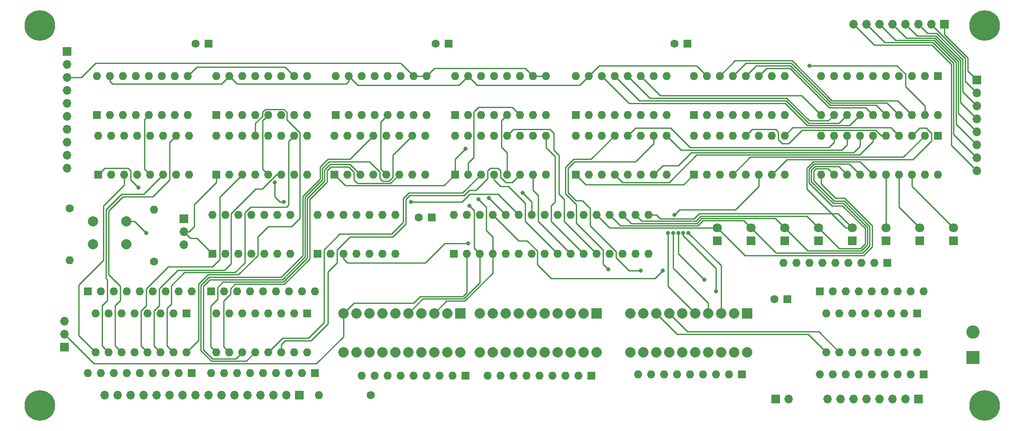
<source format=gbr>
%TF.GenerationSoftware,KiCad,Pcbnew,(5.1.9-0-10_14)*%
%TF.CreationDate,2021-06-17T15:33:31-04:00*%
%TF.ProjectId,ram-combined,72616d2d-636f-46d6-9269-6e65642e6b69,rev?*%
%TF.SameCoordinates,Original*%
%TF.FileFunction,Copper,L2,Inr*%
%TF.FilePolarity,Positive*%
%FSLAX46Y46*%
G04 Gerber Fmt 4.6, Leading zero omitted, Abs format (unit mm)*
G04 Created by KiCad (PCBNEW (5.1.9-0-10_14)) date 2021-06-17 15:33:31*
%MOMM*%
%LPD*%
G01*
G04 APERTURE LIST*
%TA.AperFunction,ComponentPad*%
%ADD10O,1.700000X1.700000*%
%TD*%
%TA.AperFunction,ComponentPad*%
%ADD11R,1.700000X1.700000*%
%TD*%
%TA.AperFunction,ComponentPad*%
%ADD12C,6.000000*%
%TD*%
%TA.AperFunction,ComponentPad*%
%ADD13C,0.800000*%
%TD*%
%TA.AperFunction,ComponentPad*%
%ADD14C,1.800000*%
%TD*%
%TA.AperFunction,ComponentPad*%
%ADD15R,1.800000X1.800000*%
%TD*%
%TA.AperFunction,ComponentPad*%
%ADD16O,1.600000X1.600000*%
%TD*%
%TA.AperFunction,ComponentPad*%
%ADD17R,1.600000X1.600000*%
%TD*%
%TA.AperFunction,ComponentPad*%
%ADD18C,2.032000*%
%TD*%
%TA.AperFunction,ComponentPad*%
%ADD19R,2.032000X2.032000*%
%TD*%
%TA.AperFunction,ComponentPad*%
%ADD20C,2.000000*%
%TD*%
%TA.AperFunction,ComponentPad*%
%ADD21C,1.600000*%
%TD*%
%TA.AperFunction,ComponentPad*%
%ADD22C,2.600000*%
%TD*%
%TA.AperFunction,ComponentPad*%
%ADD23R,2.600000X2.600000*%
%TD*%
%TA.AperFunction,ViaPad*%
%ADD24C,0.800000*%
%TD*%
%TA.AperFunction,Conductor*%
%ADD25C,0.250000*%
%TD*%
G04 APERTURE END LIST*
D10*
%TO.N,BUS_00*%
%TO.C,J8*%
X227330000Y-34290000D03*
%TO.N,BUS_01*%
X229870000Y-34290000D03*
%TO.N,BUS_02*%
X232410000Y-34290000D03*
%TO.N,BUS_03*%
X234950000Y-34290000D03*
%TO.N,BUS_04*%
X237490000Y-34290000D03*
%TO.N,BUS_05*%
X240030000Y-34290000D03*
%TO.N,BUS_06*%
X242570000Y-34290000D03*
D11*
%TO.N,BUS_07*%
X245110000Y-34290000D03*
%TD*%
D12*
%TO.N,N/C*%
%TO.C,REF\u002A\u002A*%
X68072000Y-108966000D03*
D13*
X70322000Y-108966000D03*
X69662990Y-110556990D03*
X68072000Y-111216000D03*
X66481010Y-110556990D03*
X65822000Y-108966000D03*
X66481010Y-107375010D03*
X68072000Y-106716000D03*
X69662990Y-107375010D03*
%TD*%
%TO.N,N/C*%
%TO.C,REF\u002A\u002A*%
X254574990Y-107375010D03*
X252984000Y-106716000D03*
X251393010Y-107375010D03*
X250734000Y-108966000D03*
X251393010Y-110556990D03*
X252984000Y-111216000D03*
X254574990Y-110556990D03*
X255234000Y-108966000D03*
D12*
X252984000Y-108966000D03*
%TD*%
%TO.N,N/C*%
%TO.C,REF\u002A\u002A*%
X252984000Y-34544000D03*
D13*
X255234000Y-34544000D03*
X254574990Y-36134990D03*
X252984000Y-36794000D03*
X251393010Y-36134990D03*
X250734000Y-34544000D03*
X251393010Y-32953010D03*
X252984000Y-32294000D03*
X254574990Y-32953010D03*
%TD*%
%TO.N,N/C*%
%TO.C,REF\u002A\u002A*%
X69662990Y-32953010D03*
X68072000Y-32294000D03*
X66481010Y-32953010D03*
X65822000Y-34544000D03*
X66481010Y-36134990D03*
X68072000Y-36794000D03*
X69662990Y-36134990D03*
X70322000Y-34544000D03*
D12*
X68072000Y-34544000D03*
%TD*%
D10*
%TO.N,WRITE_ENABLE*%
%TO.C,J3*%
X73406000Y-62484000D03*
X73406000Y-59944000D03*
%TO.N,PROGRAM_MODE*%
X73406000Y-57404000D03*
X73406000Y-54864000D03*
%TO.N,OUTPUT_ENABLE*%
X73406000Y-52324000D03*
%TO.N,RESET*%
X73406000Y-49784000D03*
%TO.N,MDR_IN*%
X73406000Y-47244000D03*
%TO.N,MAR1_IN*%
X73406000Y-44704000D03*
%TO.N,MAR2_IN*%
X73406000Y-42164000D03*
D11*
%TO.N,CLOCK*%
X73406000Y-39624000D03*
%TD*%
D10*
%TO.N,VCC*%
%TO.C,J7*%
X72898000Y-92456000D03*
%TO.N,A16*%
X72898000Y-94996000D03*
D11*
%TO.N,GND*%
X72898000Y-97536000D03*
%TD*%
D10*
%TO.N,Net-(R3-Pad2)*%
%TO.C,SW1*%
X96266000Y-77470000D03*
%TO.N,PROGRAM_MODE*%
X96266000Y-74930000D03*
D11*
%TO.N,VCC*%
X96266000Y-72390000D03*
%TD*%
D14*
%TO.N,/IO7*%
%TO.C,D1*%
X200660000Y-74168000D03*
D15*
%TO.N,Net-(D1-Pad1)*%
X200660000Y-76708000D03*
%TD*%
D16*
%TO.N,Net-(BAR3-Pad13)*%
%TO.C,RN10*%
X185166000Y-102870000D03*
%TO.N,Net-(BAR3-Pad14)*%
X187706000Y-102870000D03*
%TO.N,Net-(BAR3-Pad15)*%
X190246000Y-102870000D03*
%TO.N,Net-(BAR3-Pad16)*%
X192786000Y-102870000D03*
%TO.N,Net-(BAR3-Pad17)*%
X195326000Y-102870000D03*
%TO.N,Net-(BAR3-Pad18)*%
X197866000Y-102870000D03*
%TO.N,Net-(BAR3-Pad19)*%
X200406000Y-102870000D03*
%TO.N,Net-(BAR3-Pad20)*%
X202946000Y-102870000D03*
D17*
%TO.N,Net-(RN10-Pad1)*%
X205486000Y-102870000D03*
%TD*%
D18*
%TO.N,Net-(BAR3-Pad20)*%
%TO.C,BAR3*%
X206502000Y-98552000D03*
%TO.N,Net-(BAR3-Pad19)*%
X203962000Y-98552000D03*
%TO.N,Net-(BAR3-Pad18)*%
X201422000Y-98552000D03*
%TO.N,Net-(BAR3-Pad17)*%
X198882000Y-98552000D03*
%TO.N,Net-(BAR3-Pad9)*%
X186182000Y-90932000D03*
%TO.N,Net-(BAR3-Pad10)*%
X183642000Y-90932000D03*
%TO.N,Net-(BAR3-Pad11)*%
X183642000Y-98552000D03*
%TO.N,Net-(BAR3-Pad12)*%
X186182000Y-98552000D03*
%TO.N,/MANUAL_DATA_07*%
X188722000Y-90932000D03*
%TO.N,/MANUAL_DATA_06*%
X191262000Y-90932000D03*
%TO.N,/MANUAL_DATA_05*%
X193802000Y-90932000D03*
%TO.N,/MANUAL_DATA_04*%
X196342000Y-90932000D03*
%TO.N,Net-(BAR3-Pad16)*%
X196342000Y-98552000D03*
%TO.N,Net-(BAR3-Pad15)*%
X193802000Y-98552000D03*
%TO.N,Net-(BAR3-Pad14)*%
X191262000Y-98552000D03*
%TO.N,Net-(BAR3-Pad13)*%
X188722000Y-98552000D03*
%TO.N,/MANUAL_DATA_03*%
X198882000Y-90932000D03*
%TO.N,/MANUAL_DATA_02*%
X201422000Y-90932000D03*
%TO.N,/MANUAL_DATA_01*%
X203962000Y-90932000D03*
D19*
%TO.N,/MANUAL_DATA_00*%
X206502000Y-90932000D03*
%TD*%
D16*
%TO.N,VCC*%
%TO.C,U13*%
X243840000Y-52070000D03*
%TO.N,GND*%
X220980000Y-44450000D03*
%TO.N,OUTPUT_ENABLE*%
X241300000Y-52070000D03*
%TO.N,/IO7*%
X223520000Y-44450000D03*
%TO.N,BUS_00*%
X238760000Y-52070000D03*
%TO.N,/IO6*%
X226060000Y-44450000D03*
%TO.N,BUS_01*%
X236220000Y-52070000D03*
%TO.N,/IO5*%
X228600000Y-44450000D03*
%TO.N,BUS_02*%
X233680000Y-52070000D03*
%TO.N,/IO4*%
X231140000Y-44450000D03*
%TO.N,BUS_03*%
X231140000Y-52070000D03*
%TO.N,/IO3*%
X233680000Y-44450000D03*
%TO.N,BUS_04*%
X228600000Y-52070000D03*
%TO.N,/IO2*%
X236220000Y-44450000D03*
%TO.N,BUS_05*%
X226060000Y-52070000D03*
%TO.N,/IO1*%
X238760000Y-44450000D03*
%TO.N,BUS_06*%
X223520000Y-52070000D03*
%TO.N,/IO0*%
X241300000Y-44450000D03*
%TO.N,BUS_07*%
X220980000Y-52070000D03*
D17*
%TO.N,VCC*%
X243840000Y-44450000D03*
%TD*%
D16*
%TO.N,VCC*%
%TO.C,U11*%
X243840000Y-63754000D03*
%TO.N,GND*%
X220980000Y-56134000D03*
%TO.N,Net-(U1-Pad3)*%
X241300000Y-63754000D03*
%TO.N,D7*%
X223520000Y-56134000D03*
%TO.N,/IO0*%
X238760000Y-63754000D03*
%TO.N,D6*%
X226060000Y-56134000D03*
%TO.N,/IO1*%
X236220000Y-63754000D03*
%TO.N,D5*%
X228600000Y-56134000D03*
%TO.N,/IO2*%
X233680000Y-63754000D03*
%TO.N,D4*%
X231140000Y-56134000D03*
%TO.N,/IO3*%
X231140000Y-63754000D03*
%TO.N,D3*%
X233680000Y-56134000D03*
%TO.N,/IO4*%
X228600000Y-63754000D03*
%TO.N,D2*%
X236220000Y-56134000D03*
%TO.N,/IO5*%
X226060000Y-63754000D03*
%TO.N,D1*%
X238760000Y-56134000D03*
%TO.N,/IO6*%
X223520000Y-63754000D03*
%TO.N,D0*%
X241300000Y-56134000D03*
%TO.N,/IO7*%
X220980000Y-63754000D03*
D17*
%TO.N,VCC*%
X243840000Y-56134000D03*
%TD*%
%TO.N,PROGRAM_MODE*%
%TO.C,U2*%
X101854000Y-79248000D03*
D16*
%TO.N,N/C*%
X117094000Y-71628000D03*
%TO.N,CLOCK*%
X104394000Y-79248000D03*
%TO.N,N/C*%
X114554000Y-71628000D03*
%TO.N,Net-(U1-Pad1)*%
X106934000Y-79248000D03*
%TO.N,N/C*%
X112014000Y-71628000D03*
X109474000Y-79248000D03*
X109474000Y-71628000D03*
X112014000Y-79248000D03*
X106934000Y-71628000D03*
X114554000Y-79248000D03*
X104394000Y-71628000D03*
%TO.N,GND*%
X117094000Y-79248000D03*
%TO.N,VCC*%
X101854000Y-71628000D03*
%TD*%
D17*
%TO.N,Net-(U1-Pad1)*%
%TO.C,U1*%
X122428000Y-79248000D03*
D16*
%TO.N,N/C*%
X137668000Y-71628000D03*
%TO.N,WRITE_ENABLE*%
X124968000Y-79248000D03*
%TO.N,N/C*%
X135128000Y-71628000D03*
%TO.N,Net-(U1-Pad3)*%
X127508000Y-79248000D03*
%TO.N,N/C*%
X132588000Y-71628000D03*
X130048000Y-79248000D03*
X130048000Y-71628000D03*
X132588000Y-79248000D03*
X127508000Y-71628000D03*
X135128000Y-79248000D03*
X124968000Y-71628000D03*
%TO.N,GND*%
X137668000Y-79248000D03*
%TO.N,VCC*%
X122428000Y-71628000D03*
%TD*%
%TO.N,VCC*%
%TO.C,U17*%
X196088000Y-56134000D03*
%TO.N,GND*%
X213868000Y-63754000D03*
X198628000Y-56134000D03*
%TO.N,D1*%
X211328000Y-63754000D03*
%TO.N,Net-(U16-Pad6)*%
X201168000Y-56134000D03*
%TO.N,/MANUAL_DATA_03*%
X208788000Y-63754000D03*
%TO.N,/MANUAL_DATA_01*%
X203708000Y-56134000D03*
%TO.N,Net-(U16-Pad4)*%
X206248000Y-63754000D03*
%TO.N,D3*%
X206248000Y-56134000D03*
%TO.N,D0*%
X203708000Y-63754000D03*
%TO.N,Net-(U16-Pad5)*%
X208788000Y-56134000D03*
%TO.N,/MANUAL_DATA_00*%
X201168000Y-63754000D03*
%TO.N,/MANUAL_DATA_02*%
X211328000Y-56134000D03*
%TO.N,Net-(U16-Pad3)*%
X198628000Y-63754000D03*
%TO.N,D2*%
X213868000Y-56134000D03*
D17*
%TO.N,PROGRAM_MODE*%
X196088000Y-63754000D03*
%TD*%
D16*
%TO.N,VCC*%
%TO.C,U16*%
X196088000Y-44450000D03*
%TO.N,GND*%
X213868000Y-52070000D03*
%TO.N,RESET*%
X198628000Y-44450000D03*
%TO.N,CLOCK*%
X211328000Y-52070000D03*
%TO.N,BUS_00*%
X201168000Y-44450000D03*
%TO.N,Net-(U16-Pad6)*%
X208788000Y-52070000D03*
%TO.N,BUS_01*%
X203708000Y-44450000D03*
%TO.N,Net-(U16-Pad5)*%
X206248000Y-52070000D03*
%TO.N,BUS_02*%
X206248000Y-44450000D03*
%TO.N,Net-(U16-Pad4)*%
X203708000Y-52070000D03*
%TO.N,BUS_03*%
X208788000Y-44450000D03*
%TO.N,Net-(U16-Pad3)*%
X201168000Y-52070000D03*
%TO.N,MDR_IN*%
X211328000Y-44450000D03*
%TO.N,GND*%
X198628000Y-52070000D03*
%TO.N,MDR_IN*%
X213868000Y-44450000D03*
D17*
%TO.N,GND*%
X196088000Y-52070000D03*
%TD*%
D16*
%TO.N,VCC*%
%TO.C,U15*%
X172974000Y-56134000D03*
%TO.N,GND*%
X190754000Y-63754000D03*
X175514000Y-56134000D03*
%TO.N,D5*%
X188214000Y-63754000D03*
%TO.N,Net-(U14-Pad6)*%
X178054000Y-56134000D03*
%TO.N,/MANUAL_DATA_05*%
X185674000Y-63754000D03*
%TO.N,/MANUAL_DATA_07*%
X180594000Y-56134000D03*
%TO.N,Net-(U14-Pad4)*%
X183134000Y-63754000D03*
%TO.N,D7*%
X183134000Y-56134000D03*
%TO.N,D4*%
X180594000Y-63754000D03*
%TO.N,Net-(U14-Pad5)*%
X185674000Y-56134000D03*
%TO.N,/MANUAL_DATA_04*%
X178054000Y-63754000D03*
%TO.N,/MANUAL_DATA_06*%
X188214000Y-56134000D03*
%TO.N,Net-(U14-Pad3)*%
X175514000Y-63754000D03*
%TO.N,D6*%
X190754000Y-56134000D03*
D17*
%TO.N,PROGRAM_MODE*%
X172974000Y-63754000D03*
%TD*%
D16*
%TO.N,VCC*%
%TO.C,U14*%
X172974000Y-44450000D03*
%TO.N,GND*%
X190754000Y-52070000D03*
%TO.N,RESET*%
X175514000Y-44450000D03*
%TO.N,CLOCK*%
X188214000Y-52070000D03*
%TO.N,BUS_04*%
X178054000Y-44450000D03*
%TO.N,Net-(U14-Pad6)*%
X185674000Y-52070000D03*
%TO.N,BUS_05*%
X180594000Y-44450000D03*
%TO.N,Net-(U14-Pad5)*%
X183134000Y-52070000D03*
%TO.N,BUS_06*%
X183134000Y-44450000D03*
%TO.N,Net-(U14-Pad4)*%
X180594000Y-52070000D03*
%TO.N,BUS_07*%
X185674000Y-44450000D03*
%TO.N,Net-(U14-Pad3)*%
X178054000Y-52070000D03*
%TO.N,MDR_IN*%
X188214000Y-44450000D03*
%TO.N,GND*%
X175514000Y-52070000D03*
%TO.N,MDR_IN*%
X190754000Y-44450000D03*
D17*
%TO.N,GND*%
X172974000Y-52070000D03*
%TD*%
D16*
%TO.N,VCC*%
%TO.C,U12*%
X149352000Y-44450000D03*
%TO.N,GND*%
X167132000Y-52070000D03*
%TO.N,RESET*%
X151892000Y-44450000D03*
%TO.N,CLOCK*%
X164592000Y-52070000D03*
%TO.N,BUS_00*%
X154432000Y-44450000D03*
%TO.N,/MAR_03*%
X162052000Y-52070000D03*
%TO.N,BUS_01*%
X156972000Y-44450000D03*
%TO.N,/MAR_02*%
X159512000Y-52070000D03*
%TO.N,BUS_02*%
X159512000Y-44450000D03*
%TO.N,/MAR_01*%
X156972000Y-52070000D03*
%TO.N,BUS_03*%
X162052000Y-44450000D03*
%TO.N,/MAR_00*%
X154432000Y-52070000D03*
%TO.N,MAR1_IN*%
X164592000Y-44450000D03*
%TO.N,GND*%
X151892000Y-52070000D03*
%TO.N,MAR1_IN*%
X167132000Y-44450000D03*
D17*
%TO.N,GND*%
X149352000Y-52070000D03*
%TD*%
D16*
%TO.N,VCC*%
%TO.C,U10*%
X125984000Y-44450000D03*
%TO.N,GND*%
X143764000Y-52070000D03*
%TO.N,RESET*%
X128524000Y-44450000D03*
%TO.N,CLOCK*%
X141224000Y-52070000D03*
%TO.N,BUS_04*%
X131064000Y-44450000D03*
%TO.N,/MAR_07*%
X138684000Y-52070000D03*
%TO.N,BUS_05*%
X133604000Y-44450000D03*
%TO.N,/MAR_06*%
X136144000Y-52070000D03*
%TO.N,BUS_06*%
X136144000Y-44450000D03*
%TO.N,/MAR_05*%
X133604000Y-52070000D03*
%TO.N,BUS_07*%
X138684000Y-44450000D03*
%TO.N,/MAR_04*%
X131064000Y-52070000D03*
%TO.N,MAR1_IN*%
X141224000Y-44450000D03*
%TO.N,GND*%
X128524000Y-52070000D03*
%TO.N,MAR1_IN*%
X143764000Y-44450000D03*
D17*
%TO.N,GND*%
X125984000Y-52070000D03*
%TD*%
D16*
%TO.N,VCC*%
%TO.C,U9*%
X149098000Y-71628000D03*
%TO.N,GND*%
X187198000Y-79248000D03*
%TO.N,/A15*%
X151638000Y-71628000D03*
%TO.N,/IO2*%
X184658000Y-79248000D03*
%TO.N,VCC*%
X154178000Y-71628000D03*
%TO.N,/IO1*%
X182118000Y-79248000D03*
%TO.N,Net-(U1-Pad3)*%
X156718000Y-71628000D03*
%TO.N,/IO0*%
X179578000Y-79248000D03*
%TO.N,/A13*%
X159258000Y-71628000D03*
%TO.N,/A0*%
X177038000Y-79248000D03*
%TO.N,/A8*%
X161798000Y-71628000D03*
%TO.N,/A1*%
X174498000Y-79248000D03*
%TO.N,/A9*%
X164338000Y-71628000D03*
%TO.N,/A2*%
X171958000Y-79248000D03*
%TO.N,/A11*%
X166878000Y-71628000D03*
%TO.N,/A3*%
X169418000Y-79248000D03*
%TO.N,GND*%
X169418000Y-71628000D03*
%TO.N,/A4*%
X166878000Y-79248000D03*
%TO.N,/A10*%
X171958000Y-71628000D03*
%TO.N,/A5*%
X164338000Y-79248000D03*
%TO.N,GND*%
X174498000Y-71628000D03*
%TO.N,/A6*%
X161798000Y-79248000D03*
%TO.N,/IO7*%
X177038000Y-71628000D03*
%TO.N,/A7*%
X159258000Y-79248000D03*
%TO.N,/IO6*%
X179578000Y-71628000D03*
%TO.N,/A12*%
X156718000Y-79248000D03*
%TO.N,/IO5*%
X182118000Y-71628000D03*
%TO.N,/A14*%
X154178000Y-79248000D03*
%TO.N,/IO4*%
X184658000Y-71628000D03*
%TO.N,A16*%
X151638000Y-79248000D03*
%TO.N,/IO3*%
X187198000Y-71628000D03*
D17*
%TO.N,Net-(U9-Pad1)*%
X149098000Y-79248000D03*
%TD*%
D16*
%TO.N,VCC*%
%TO.C,U8*%
X102616000Y-44450000D03*
%TO.N,GND*%
X120396000Y-52070000D03*
%TO.N,RESET*%
X105156000Y-44450000D03*
%TO.N,CLOCK*%
X117856000Y-52070000D03*
%TO.N,BUS_00*%
X107696000Y-44450000D03*
%TO.N,/MAR_11*%
X115316000Y-52070000D03*
%TO.N,BUS_01*%
X110236000Y-44450000D03*
%TO.N,/MAR_10*%
X112776000Y-52070000D03*
%TO.N,BUS_02*%
X112776000Y-44450000D03*
%TO.N,/MAR_09*%
X110236000Y-52070000D03*
%TO.N,BUS_03*%
X115316000Y-44450000D03*
%TO.N,/MAR_08*%
X107696000Y-52070000D03*
%TO.N,MAR2_IN*%
X117856000Y-44450000D03*
%TO.N,GND*%
X105156000Y-52070000D03*
%TO.N,MAR2_IN*%
X120396000Y-44450000D03*
D17*
%TO.N,GND*%
X102616000Y-52070000D03*
%TD*%
D16*
%TO.N,VCC*%
%TO.C,U7*%
X125730000Y-56134000D03*
%TO.N,GND*%
X143510000Y-63754000D03*
X128270000Y-56134000D03*
%TO.N,/A6*%
X140970000Y-63754000D03*
%TO.N,/MAR_04*%
X130810000Y-56134000D03*
%TO.N,/MANUAL_MEM_ADR_06*%
X138430000Y-63754000D03*
%TO.N,/MANUAL_MEM_ADR_04*%
X133350000Y-56134000D03*
%TO.N,/MAR_06*%
X135890000Y-63754000D03*
%TO.N,/A4*%
X135890000Y-56134000D03*
%TO.N,/A7*%
X133350000Y-63754000D03*
%TO.N,/MAR_05*%
X138430000Y-56134000D03*
%TO.N,/MANUAL_MEM_ADR_07*%
X130810000Y-63754000D03*
%TO.N,/MANUAL_MEM_ADR_05*%
X140970000Y-56134000D03*
%TO.N,/MAR_07*%
X128270000Y-63754000D03*
%TO.N,/A5*%
X143510000Y-56134000D03*
D17*
%TO.N,PROGRAM_MODE*%
X125730000Y-63754000D03*
%TD*%
D16*
%TO.N,VCC*%
%TO.C,U6*%
X102616000Y-56134000D03*
%TO.N,GND*%
X120396000Y-63754000D03*
X105156000Y-56134000D03*
%TO.N,/A10*%
X117856000Y-63754000D03*
%TO.N,/MAR_08*%
X107696000Y-56134000D03*
%TO.N,/MANUAL_MEM_ADR_10*%
X115316000Y-63754000D03*
%TO.N,/MANUAL_MEM_ADR_08*%
X110236000Y-56134000D03*
%TO.N,/MAR_10*%
X112776000Y-63754000D03*
%TO.N,/A8*%
X112776000Y-56134000D03*
%TO.N,/A11*%
X110236000Y-63754000D03*
%TO.N,/MAR_09*%
X115316000Y-56134000D03*
%TO.N,/MANUAL_MEM_ADR_11*%
X107696000Y-63754000D03*
%TO.N,/MANUAL_MEM_ADR_09*%
X117856000Y-56134000D03*
%TO.N,/MAR_11*%
X105156000Y-63754000D03*
%TO.N,/A9*%
X120396000Y-56134000D03*
D17*
%TO.N,PROGRAM_MODE*%
X102616000Y-63754000D03*
%TD*%
D16*
%TO.N,VCC*%
%TO.C,U5*%
X79248000Y-44450000D03*
%TO.N,GND*%
X97028000Y-52070000D03*
%TO.N,RESET*%
X81788000Y-44450000D03*
%TO.N,CLOCK*%
X94488000Y-52070000D03*
%TO.N,BUS_04*%
X84328000Y-44450000D03*
%TO.N,/MAR_15*%
X91948000Y-52070000D03*
%TO.N,BUS_05*%
X86868000Y-44450000D03*
%TO.N,/MAR_14*%
X89408000Y-52070000D03*
%TO.N,BUS_06*%
X89408000Y-44450000D03*
%TO.N,/MAR_13*%
X86868000Y-52070000D03*
%TO.N,BUS_07*%
X91948000Y-44450000D03*
%TO.N,/MAR_12*%
X84328000Y-52070000D03*
%TO.N,MAR2_IN*%
X94488000Y-44450000D03*
%TO.N,GND*%
X81788000Y-52070000D03*
%TO.N,MAR2_IN*%
X97028000Y-44450000D03*
D17*
%TO.N,GND*%
X79248000Y-52070000D03*
%TD*%
D16*
%TO.N,VCC*%
%TO.C,U4*%
X149352000Y-56134000D03*
%TO.N,GND*%
X167132000Y-63754000D03*
X151892000Y-56134000D03*
%TO.N,/A2*%
X164592000Y-63754000D03*
%TO.N,/MAR_00*%
X154432000Y-56134000D03*
%TO.N,/MANUAL_MEM_ADR_02*%
X162052000Y-63754000D03*
%TO.N,/MANUAL_MEM_ADR_00*%
X156972000Y-56134000D03*
%TO.N,/MAR_02*%
X159512000Y-63754000D03*
%TO.N,/A0*%
X159512000Y-56134000D03*
%TO.N,/A3*%
X156972000Y-63754000D03*
%TO.N,/MAR_01*%
X162052000Y-56134000D03*
%TO.N,/MANUAL_MEM_ADR_03*%
X154432000Y-63754000D03*
%TO.N,/MANUAL_MEM_ADR_01*%
X164592000Y-56134000D03*
%TO.N,/MAR_03*%
X151892000Y-63754000D03*
%TO.N,/A1*%
X167132000Y-56134000D03*
D17*
%TO.N,PROGRAM_MODE*%
X149352000Y-63754000D03*
%TD*%
D16*
%TO.N,VCC*%
%TO.C,U3*%
X79502000Y-56134000D03*
%TO.N,GND*%
X97282000Y-63754000D03*
X82042000Y-56134000D03*
%TO.N,/A14*%
X94742000Y-63754000D03*
%TO.N,/MAR_12*%
X84582000Y-56134000D03*
%TO.N,/MANUAL_MEM_ADR_14*%
X92202000Y-63754000D03*
%TO.N,/MANUAL_MEM_ADR_12*%
X87122000Y-56134000D03*
%TO.N,/MAR_14*%
X89662000Y-63754000D03*
%TO.N,/A12*%
X89662000Y-56134000D03*
%TO.N,/A15*%
X87122000Y-63754000D03*
%TO.N,/MAR_13*%
X92202000Y-56134000D03*
%TO.N,/MANUAL_MEM_ADR_15*%
X84582000Y-63754000D03*
%TO.N,/MANUAL_MEM_ADR_13*%
X94742000Y-56134000D03*
%TO.N,/MAR_15*%
X82042000Y-63754000D03*
%TO.N,/A13*%
X97282000Y-56134000D03*
D17*
%TO.N,PROGRAM_MODE*%
X79502000Y-63754000D03*
%TD*%
D16*
%TO.N,/MANUAL_DATA_00*%
%TO.C,SW5*%
X239810000Y-98580000D03*
%TO.N,Net-(RN9-Pad2)*%
X222030000Y-90960000D03*
%TO.N,/MANUAL_DATA_01*%
X237270000Y-98580000D03*
%TO.N,Net-(RN9-Pad3)*%
X224570000Y-90960000D03*
%TO.N,/MANUAL_DATA_02*%
X234730000Y-98580000D03*
%TO.N,Net-(RN9-Pad4)*%
X227110000Y-90960000D03*
%TO.N,/MANUAL_DATA_03*%
X232190000Y-98580000D03*
%TO.N,Net-(RN9-Pad5)*%
X229650000Y-90960000D03*
%TO.N,/MANUAL_DATA_04*%
X229650000Y-98580000D03*
%TO.N,Net-(RN9-Pad6)*%
X232190000Y-90960000D03*
%TO.N,/MANUAL_DATA_05*%
X227110000Y-98580000D03*
%TO.N,Net-(RN9-Pad7)*%
X234730000Y-90960000D03*
%TO.N,/MANUAL_DATA_06*%
X224570000Y-98580000D03*
%TO.N,Net-(RN9-Pad8)*%
X237270000Y-90960000D03*
%TO.N,/MANUAL_DATA_07*%
X222030000Y-98580000D03*
D17*
%TO.N,Net-(RN9-Pad9)*%
X239810000Y-90960000D03*
%TD*%
D16*
%TO.N,/MANUAL_MEM_ADR_00*%
%TO.C,SW4*%
X120396000Y-98552000D03*
%TO.N,Net-(RN7-Pad2)*%
X102616000Y-90932000D03*
%TO.N,/MANUAL_MEM_ADR_01*%
X117856000Y-98552000D03*
%TO.N,Net-(RN7-Pad3)*%
X105156000Y-90932000D03*
%TO.N,/MANUAL_MEM_ADR_02*%
X115316000Y-98552000D03*
%TO.N,Net-(RN7-Pad4)*%
X107696000Y-90932000D03*
%TO.N,/MANUAL_MEM_ADR_03*%
X112776000Y-98552000D03*
%TO.N,Net-(RN7-Pad5)*%
X110236000Y-90932000D03*
%TO.N,/MANUAL_MEM_ADR_04*%
X110236000Y-98552000D03*
%TO.N,Net-(RN7-Pad6)*%
X112776000Y-90932000D03*
%TO.N,/MANUAL_MEM_ADR_05*%
X107696000Y-98552000D03*
%TO.N,Net-(RN7-Pad7)*%
X115316000Y-90932000D03*
%TO.N,/MANUAL_MEM_ADR_06*%
X105156000Y-98552000D03*
%TO.N,Net-(RN7-Pad8)*%
X117856000Y-90932000D03*
%TO.N,/MANUAL_MEM_ADR_07*%
X102616000Y-98552000D03*
D17*
%TO.N,Net-(RN7-Pad9)*%
X120396000Y-90932000D03*
%TD*%
D16*
%TO.N,/MANUAL_MEM_ADR_08*%
%TO.C,SW3*%
X96774000Y-98590000D03*
%TO.N,Net-(RN5-Pad2)*%
X78994000Y-90970000D03*
%TO.N,/MANUAL_MEM_ADR_09*%
X94234000Y-98590000D03*
%TO.N,Net-(RN5-Pad3)*%
X81534000Y-90970000D03*
%TO.N,/MANUAL_MEM_ADR_10*%
X91694000Y-98590000D03*
%TO.N,Net-(RN5-Pad4)*%
X84074000Y-90970000D03*
%TO.N,/MANUAL_MEM_ADR_11*%
X89154000Y-98590000D03*
%TO.N,Net-(RN5-Pad5)*%
X86614000Y-90970000D03*
%TO.N,/MANUAL_MEM_ADR_12*%
X86614000Y-98590000D03*
%TO.N,Net-(RN5-Pad6)*%
X89154000Y-90970000D03*
%TO.N,/MANUAL_MEM_ADR_13*%
X84074000Y-98590000D03*
%TO.N,Net-(RN5-Pad7)*%
X91694000Y-90970000D03*
%TO.N,/MANUAL_MEM_ADR_14*%
X81534000Y-98590000D03*
%TO.N,Net-(RN5-Pad8)*%
X94234000Y-90970000D03*
%TO.N,/MANUAL_MEM_ADR_15*%
X78994000Y-98590000D03*
D17*
%TO.N,Net-(RN5-Pad9)*%
X96774000Y-90970000D03*
%TD*%
D20*
%TO.N,WRITE_ENABLE*%
%TO.C,SW2*%
X84986000Y-72898000D03*
%TO.N,VCC*%
X84986000Y-77398000D03*
%TO.N,WRITE_ENABLE*%
X78486000Y-72898000D03*
%TO.N,VCC*%
X78486000Y-77398000D03*
%TD*%
D16*
%TO.N,Net-(RN9-Pad9)*%
%TO.C,RN9*%
X241046000Y-86614000D03*
%TO.N,Net-(RN9-Pad8)*%
X238506000Y-86614000D03*
%TO.N,Net-(RN9-Pad7)*%
X235966000Y-86614000D03*
%TO.N,Net-(RN9-Pad6)*%
X233426000Y-86614000D03*
%TO.N,Net-(RN9-Pad5)*%
X230886000Y-86614000D03*
%TO.N,Net-(RN9-Pad4)*%
X228346000Y-86614000D03*
%TO.N,Net-(RN9-Pad3)*%
X225806000Y-86614000D03*
%TO.N,Net-(RN9-Pad2)*%
X223266000Y-86614000D03*
D17*
%TO.N,VCC*%
X220726000Y-86614000D03*
%TD*%
D16*
%TO.N,/MANUAL_DATA_07*%
%TO.C,RN8*%
X220726000Y-102870000D03*
%TO.N,/MANUAL_DATA_06*%
X223266000Y-102870000D03*
%TO.N,/MANUAL_DATA_05*%
X225806000Y-102870000D03*
%TO.N,/MANUAL_DATA_04*%
X228346000Y-102870000D03*
%TO.N,/MANUAL_DATA_03*%
X230886000Y-102870000D03*
%TO.N,/MANUAL_DATA_02*%
X233426000Y-102870000D03*
%TO.N,/MANUAL_DATA_01*%
X235966000Y-102870000D03*
%TO.N,/MANUAL_DATA_00*%
X238506000Y-102870000D03*
D17*
%TO.N,GND*%
X241046000Y-102870000D03*
%TD*%
D16*
%TO.N,Net-(RN7-Pad9)*%
%TO.C,RN7*%
X121920000Y-86614000D03*
%TO.N,Net-(RN7-Pad8)*%
X119380000Y-86614000D03*
%TO.N,Net-(RN7-Pad7)*%
X116840000Y-86614000D03*
%TO.N,Net-(RN7-Pad6)*%
X114300000Y-86614000D03*
%TO.N,Net-(RN7-Pad5)*%
X111760000Y-86614000D03*
%TO.N,Net-(RN7-Pad4)*%
X109220000Y-86614000D03*
%TO.N,Net-(RN7-Pad3)*%
X106680000Y-86614000D03*
%TO.N,Net-(RN7-Pad2)*%
X104140000Y-86614000D03*
D17*
%TO.N,VCC*%
X101600000Y-86614000D03*
%TD*%
D16*
%TO.N,/MANUAL_MEM_ADR_07*%
%TO.C,RN6*%
X101600000Y-102616000D03*
%TO.N,/MANUAL_MEM_ADR_06*%
X104140000Y-102616000D03*
%TO.N,/MANUAL_MEM_ADR_05*%
X106680000Y-102616000D03*
%TO.N,/MANUAL_MEM_ADR_04*%
X109220000Y-102616000D03*
%TO.N,/MANUAL_MEM_ADR_03*%
X111760000Y-102616000D03*
%TO.N,/MANUAL_MEM_ADR_02*%
X114300000Y-102616000D03*
%TO.N,/MANUAL_MEM_ADR_01*%
X116840000Y-102616000D03*
%TO.N,/MANUAL_MEM_ADR_00*%
X119380000Y-102616000D03*
D17*
%TO.N,GND*%
X121920000Y-102616000D03*
%TD*%
D16*
%TO.N,Net-(RN5-Pad9)*%
%TO.C,RN5*%
X97790000Y-86614000D03*
%TO.N,Net-(RN5-Pad8)*%
X95250000Y-86614000D03*
%TO.N,Net-(RN5-Pad7)*%
X92710000Y-86614000D03*
%TO.N,Net-(RN5-Pad6)*%
X90170000Y-86614000D03*
%TO.N,Net-(RN5-Pad5)*%
X87630000Y-86614000D03*
%TO.N,Net-(RN5-Pad4)*%
X85090000Y-86614000D03*
%TO.N,Net-(RN5-Pad3)*%
X82550000Y-86614000D03*
%TO.N,Net-(RN5-Pad2)*%
X80010000Y-86614000D03*
D17*
%TO.N,VCC*%
X77470000Y-86614000D03*
%TD*%
D16*
%TO.N,/MANUAL_MEM_ADR_15*%
%TO.C,RN4*%
X77470000Y-102616000D03*
%TO.N,/MANUAL_MEM_ADR_14*%
X80010000Y-102616000D03*
%TO.N,/MANUAL_MEM_ADR_13*%
X82550000Y-102616000D03*
%TO.N,/MANUAL_MEM_ADR_12*%
X85090000Y-102616000D03*
%TO.N,/MANUAL_MEM_ADR_11*%
X87630000Y-102616000D03*
%TO.N,/MANUAL_MEM_ADR_10*%
X90170000Y-102616000D03*
%TO.N,/MANUAL_MEM_ADR_09*%
X92710000Y-102616000D03*
%TO.N,/MANUAL_MEM_ADR_08*%
X95250000Y-102616000D03*
D17*
%TO.N,GND*%
X97790000Y-102616000D03*
%TD*%
D16*
%TO.N,Net-(BAR2-Pad13)*%
%TO.C,RN3*%
X155702000Y-103124000D03*
%TO.N,Net-(BAR2-Pad14)*%
X158242000Y-103124000D03*
%TO.N,Net-(BAR2-Pad15)*%
X160782000Y-103124000D03*
%TO.N,Net-(BAR2-Pad16)*%
X163322000Y-103124000D03*
%TO.N,Net-(BAR2-Pad17)*%
X165862000Y-103124000D03*
%TO.N,Net-(BAR2-Pad18)*%
X168402000Y-103124000D03*
%TO.N,Net-(BAR2-Pad19)*%
X170942000Y-103124000D03*
%TO.N,Net-(BAR2-Pad20)*%
X173482000Y-103124000D03*
D17*
%TO.N,GND*%
X176022000Y-103124000D03*
%TD*%
D16*
%TO.N,Net-(D1-Pad1)*%
%TO.C,RN2*%
X213614000Y-81026000D03*
%TO.N,Net-(D2-Pad1)*%
X216154000Y-81026000D03*
%TO.N,Net-(D3-Pad1)*%
X218694000Y-81026000D03*
%TO.N,Net-(D4-Pad1)*%
X221234000Y-81026000D03*
%TO.N,Net-(D5-Pad1)*%
X223774000Y-81026000D03*
%TO.N,Net-(D6-Pad1)*%
X226314000Y-81026000D03*
%TO.N,Net-(D7-Pad1)*%
X228854000Y-81026000D03*
%TO.N,Net-(D8-Pad1)*%
X231394000Y-81026000D03*
D17*
%TO.N,GND*%
X233934000Y-81026000D03*
%TD*%
D16*
%TO.N,Net-(BAR1-Pad15)*%
%TO.C,RN1*%
X131064000Y-103124000D03*
%TO.N,Net-(BAR1-Pad16)*%
X133604000Y-103124000D03*
%TO.N,Net-(BAR1-Pad17)*%
X136144000Y-103124000D03*
%TO.N,Net-(BAR1-Pad18)*%
X138684000Y-103124000D03*
%TO.N,Net-(BAR1-Pad19)*%
X141224000Y-103124000D03*
%TO.N,Net-(BAR1-Pad20)*%
X143764000Y-103124000D03*
%TO.N,Net-(BAR2-Pad11)*%
X146304000Y-103124000D03*
%TO.N,Net-(BAR2-Pad12)*%
X148844000Y-103124000D03*
D17*
%TO.N,GND*%
X151384000Y-103124000D03*
%TD*%
D16*
%TO.N,Net-(R3-Pad2)*%
%TO.C,R3*%
X90424000Y-70612000D03*
D21*
%TO.N,GND*%
X90424000Y-80772000D03*
%TD*%
D16*
%TO.N,GND*%
%TO.C,R2*%
X73914000Y-80518000D03*
D21*
%TO.N,WRITE_ENABLE*%
X73914000Y-70358000D03*
%TD*%
D16*
%TO.N,GND*%
%TO.C,R1*%
X122682000Y-106934000D03*
D21*
%TO.N,Net-(BAR1-Pad11)*%
X132842000Y-106934000D03*
%TD*%
D10*
%TO.N,/MANUAL_MEM_ADR_15*%
%TO.C,J6*%
X80772000Y-106934000D03*
%TO.N,/MANUAL_MEM_ADR_14*%
X83312000Y-106934000D03*
%TO.N,/MANUAL_MEM_ADR_13*%
X85852000Y-106934000D03*
%TO.N,/MANUAL_MEM_ADR_12*%
X88392000Y-106934000D03*
%TO.N,/MANUAL_MEM_ADR_11*%
X90932000Y-106934000D03*
%TO.N,/MANUAL_MEM_ADR_10*%
X93472000Y-106934000D03*
%TO.N,/MANUAL_MEM_ADR_09*%
X96012000Y-106934000D03*
%TO.N,/MANUAL_MEM_ADR_08*%
X98552000Y-106934000D03*
%TO.N,/MANUAL_MEM_ADR_07*%
X101092000Y-106934000D03*
%TO.N,/MANUAL_MEM_ADR_06*%
X103632000Y-106934000D03*
%TO.N,/MANUAL_MEM_ADR_05*%
X106172000Y-106934000D03*
%TO.N,/MANUAL_MEM_ADR_04*%
X108712000Y-106934000D03*
%TO.N,/MANUAL_MEM_ADR_03*%
X111252000Y-106934000D03*
%TO.N,/MANUAL_MEM_ADR_02*%
X113792000Y-106934000D03*
%TO.N,/MANUAL_MEM_ADR_01*%
X116332000Y-106934000D03*
D11*
%TO.N,/MANUAL_MEM_ADR_00*%
X118872000Y-106934000D03*
%TD*%
D22*
%TO.N,VCC*%
%TO.C,J5*%
X250698000Y-94568000D03*
D23*
%TO.N,GND*%
X250698000Y-99568000D03*
%TD*%
D10*
%TO.N,VCC*%
%TO.C,J4*%
X214630000Y-107696000D03*
D11*
%TO.N,GND*%
X212090000Y-107696000D03*
%TD*%
D10*
%TO.N,BUS_00*%
%TO.C,J2*%
X251460000Y-62992000D03*
%TO.N,BUS_01*%
X251460000Y-60452000D03*
%TO.N,BUS_02*%
X251460000Y-57912000D03*
%TO.N,BUS_03*%
X251460000Y-55372000D03*
%TO.N,BUS_04*%
X251460000Y-52832000D03*
%TO.N,BUS_05*%
X251460000Y-50292000D03*
%TO.N,BUS_06*%
X251460000Y-47752000D03*
D11*
%TO.N,BUS_07*%
X251460000Y-45212000D03*
%TD*%
D10*
%TO.N,/MANUAL_DATA_07*%
%TO.C,J1*%
X222250000Y-107696000D03*
%TO.N,/MANUAL_DATA_06*%
X224790000Y-107696000D03*
%TO.N,/MANUAL_DATA_05*%
X227330000Y-107696000D03*
%TO.N,/MANUAL_DATA_04*%
X229870000Y-107696000D03*
%TO.N,/MANUAL_DATA_03*%
X232410000Y-107696000D03*
%TO.N,/MANUAL_DATA_02*%
X234950000Y-107696000D03*
%TO.N,/MANUAL_DATA_01*%
X237490000Y-107696000D03*
D11*
%TO.N,/MANUAL_DATA_00*%
X240030000Y-107696000D03*
%TD*%
D14*
%TO.N,/IO0*%
%TO.C,D8*%
X246888000Y-74168000D03*
D15*
%TO.N,Net-(D8-Pad1)*%
X246888000Y-76708000D03*
%TD*%
D14*
%TO.N,/IO1*%
%TO.C,D7*%
X240284000Y-74168000D03*
D15*
%TO.N,Net-(D7-Pad1)*%
X240284000Y-76708000D03*
%TD*%
D14*
%TO.N,/IO2*%
%TO.C,D6*%
X233680000Y-74168000D03*
D15*
%TO.N,Net-(D6-Pad1)*%
X233680000Y-76708000D03*
%TD*%
D14*
%TO.N,/IO3*%
%TO.C,D5*%
X227076000Y-74168000D03*
D15*
%TO.N,Net-(D5-Pad1)*%
X227076000Y-76708000D03*
%TD*%
D14*
%TO.N,/IO4*%
%TO.C,D4*%
X220472000Y-74168000D03*
D15*
%TO.N,Net-(D4-Pad1)*%
X220472000Y-76708000D03*
%TD*%
D14*
%TO.N,/IO5*%
%TO.C,D3*%
X213868000Y-74168000D03*
D15*
%TO.N,Net-(D3-Pad1)*%
X213868000Y-76708000D03*
%TD*%
D14*
%TO.N,/IO6*%
%TO.C,D2*%
X207264000Y-74168000D03*
D15*
%TO.N,Net-(D2-Pad1)*%
X207264000Y-76708000D03*
%TD*%
D21*
%TO.N,GND*%
%TO.C,C5*%
X145582000Y-38100000D03*
D17*
%TO.N,VCC*%
X148082000Y-38100000D03*
%TD*%
D21*
%TO.N,GND*%
%TO.C,C4*%
X192318000Y-38100000D03*
D17*
%TO.N,VCC*%
X194818000Y-38100000D03*
%TD*%
D21*
%TO.N,GND*%
%TO.C,C3*%
X142280000Y-72136000D03*
D17*
%TO.N,VCC*%
X144780000Y-72136000D03*
%TD*%
D21*
%TO.N,GND*%
%TO.C,C2*%
X211876000Y-88138000D03*
D17*
%TO.N,VCC*%
X214376000Y-88138000D03*
%TD*%
D21*
%TO.N,GND*%
%TO.C,C1*%
X98592000Y-38100000D03*
D17*
%TO.N,VCC*%
X101092000Y-38100000D03*
%TD*%
D18*
%TO.N,Net-(BAR2-Pad20)*%
%TO.C,BAR2*%
X177038000Y-98552000D03*
%TO.N,Net-(BAR2-Pad19)*%
X174498000Y-98552000D03*
%TO.N,Net-(BAR2-Pad18)*%
X171958000Y-98552000D03*
%TO.N,Net-(BAR2-Pad17)*%
X169418000Y-98552000D03*
%TO.N,/A8*%
X156718000Y-90932000D03*
%TO.N,/A9*%
X154178000Y-90932000D03*
%TO.N,Net-(BAR2-Pad11)*%
X154178000Y-98552000D03*
%TO.N,Net-(BAR2-Pad12)*%
X156718000Y-98552000D03*
%TO.N,/A7*%
X159258000Y-90932000D03*
%TO.N,/A6*%
X161798000Y-90932000D03*
%TO.N,/A5*%
X164338000Y-90932000D03*
%TO.N,/A4*%
X166878000Y-90932000D03*
%TO.N,Net-(BAR2-Pad16)*%
X166878000Y-98552000D03*
%TO.N,Net-(BAR2-Pad15)*%
X164338000Y-98552000D03*
%TO.N,Net-(BAR2-Pad14)*%
X161798000Y-98552000D03*
%TO.N,Net-(BAR2-Pad13)*%
X159258000Y-98552000D03*
%TO.N,/A3*%
X169418000Y-90932000D03*
%TO.N,/A2*%
X171958000Y-90932000D03*
%TO.N,/A1*%
X174498000Y-90932000D03*
D19*
%TO.N,/A0*%
X177038000Y-90932000D03*
%TD*%
D18*
%TO.N,Net-(BAR1-Pad20)*%
%TO.C,BAR1*%
X150368000Y-98552000D03*
%TO.N,Net-(BAR1-Pad19)*%
X147828000Y-98552000D03*
%TO.N,Net-(BAR1-Pad18)*%
X145288000Y-98552000D03*
%TO.N,Net-(BAR1-Pad17)*%
X142748000Y-98552000D03*
%TO.N,Net-(BAR1-Pad9)*%
X130048000Y-90932000D03*
%TO.N,A16*%
X127508000Y-90932000D03*
%TO.N,Net-(BAR1-Pad11)*%
X127508000Y-98552000D03*
%TO.N,Net-(BAR1-Pad12)*%
X130048000Y-98552000D03*
%TO.N,Net-(BAR1-Pad8)*%
X132588000Y-90932000D03*
%TO.N,Net-(BAR1-Pad7)*%
X135128000Y-90932000D03*
%TO.N,/A15*%
X137668000Y-90932000D03*
%TO.N,/A14*%
X140208000Y-90932000D03*
%TO.N,Net-(BAR1-Pad16)*%
X140208000Y-98552000D03*
%TO.N,Net-(BAR1-Pad15)*%
X137668000Y-98552000D03*
%TO.N,Net-(BAR1-Pad14)*%
X135128000Y-98552000D03*
%TO.N,Net-(BAR1-Pad13)*%
X132588000Y-98552000D03*
%TO.N,/A13*%
X142748000Y-90932000D03*
%TO.N,/A12*%
X145288000Y-90932000D03*
%TO.N,/A11*%
X147828000Y-90932000D03*
D19*
%TO.N,/A10*%
X150368000Y-90932000D03*
%TD*%
D24*
%TO.N,WRITE_ENABLE*%
X88900000Y-75184000D03*
%TO.N,OUTPUT_ENABLE*%
X218694000Y-42418000D03*
%TO.N,PROGRAM_MODE*%
X87376000Y-66294000D03*
X151384000Y-58674000D03*
%TO.N,Net-(U1-Pad3)*%
X151892000Y-77216000D03*
X189992000Y-82550000D03*
%TO.N,/MANUAL_DATA_07*%
X179324000Y-82296000D03*
%TO.N,/MANUAL_DATA_06*%
X185674000Y-82550000D03*
%TO.N,/MANUAL_DATA_04*%
X191025608Y-75240903D03*
%TO.N,/MANUAL_DATA_03*%
X192278000Y-71628000D03*
X192024000Y-75184000D03*
%TO.N,/MANUAL_DATA_02*%
X195019555Y-75187163D03*
%TO.N,/MANUAL_DATA_01*%
X200406000Y-86614000D03*
X194019730Y-75167827D03*
%TO.N,/MANUAL_DATA_00*%
X198120000Y-84328000D03*
X193022392Y-75240903D03*
%TO.N,/A14*%
X152146000Y-69850000D03*
%TO.N,/A13*%
X155956000Y-68326000D03*
%TO.N,/A12*%
X153924000Y-68580000D03*
%TO.N,/A8*%
X140716000Y-69088000D03*
X115824000Y-69088000D03*
X114046000Y-65278000D03*
%TO.N,/A9*%
X162560000Y-67310000D03*
%TD*%
D25*
%TO.N,A16*%
X150876000Y-87630000D02*
X151638000Y-86868000D01*
X151638000Y-86868000D02*
X151638000Y-79248000D01*
X127508000Y-90932000D02*
X129540000Y-88900000D01*
X129540000Y-88900000D02*
X141224000Y-88900000D01*
X141224000Y-88900000D02*
X142494000Y-87630000D01*
X142494000Y-87630000D02*
X150876000Y-87630000D01*
X72898000Y-94996000D02*
X78682011Y-100780011D01*
X122231989Y-100780011D02*
X127508000Y-95504000D01*
X78682011Y-100780011D02*
X122231989Y-100780011D01*
X127508000Y-95504000D02*
X127508000Y-90932000D01*
%TO.N,/MAR_14*%
X88536999Y-62628999D02*
X89662000Y-63754000D01*
X88536999Y-52941001D02*
X88536999Y-62628999D01*
X89408000Y-52070000D02*
X88536999Y-52941001D01*
%TO.N,/MAR_10*%
X111650999Y-62628999D02*
X112776000Y-63754000D01*
X111650999Y-53195001D02*
X111650999Y-62628999D01*
X112776000Y-52070000D02*
X111650999Y-53195001D01*
%TO.N,/MAR_06*%
X134764999Y-62628999D02*
X135890000Y-63754000D01*
X134764999Y-53449001D02*
X134764999Y-62628999D01*
X136144000Y-52070000D02*
X134764999Y-53449001D01*
%TO.N,/MAR_03*%
X151892000Y-61468000D02*
X151892000Y-63754000D01*
X153924000Y-50546000D02*
X153017001Y-51452999D01*
X153017001Y-60342999D02*
X151892000Y-61468000D01*
X153017001Y-51452999D02*
X153017001Y-60342999D01*
X160528000Y-50546000D02*
X153924000Y-50546000D01*
X162052000Y-52070000D02*
X160528000Y-50546000D01*
%TO.N,/MAR_02*%
X158386999Y-53195001D02*
X158386999Y-58310999D01*
X159512000Y-52070000D02*
X158386999Y-53195001D01*
X159512000Y-59436000D02*
X159512000Y-63754000D01*
X158386999Y-58310999D02*
X159512000Y-59436000D01*
%TO.N,WRITE_ENABLE*%
X86614000Y-72898000D02*
X84986000Y-72898000D01*
X86614000Y-72898000D02*
X88900000Y-75184000D01*
%TO.N,/IO7*%
X229281967Y-79582033D02*
X206074033Y-79582033D01*
X206074033Y-79582033D02*
X200660000Y-74168000D01*
X230966033Y-77897967D02*
X229281967Y-79582033D01*
X230966033Y-73740033D02*
X230966033Y-77897967D01*
X223774000Y-68326000D02*
X225552000Y-68326000D01*
X225552000Y-68326000D02*
X230966033Y-73740033D01*
X220980000Y-65532000D02*
X223774000Y-68326000D01*
X220980000Y-63754000D02*
X220980000Y-65532000D01*
X179614999Y-74204999D02*
X177038000Y-71628000D01*
X200623001Y-74204999D02*
X179614999Y-74204999D01*
X200660000Y-74168000D02*
X200623001Y-74204999D01*
%TO.N,/IO6*%
X223513208Y-68949978D02*
X225539570Y-68949978D01*
X225539570Y-68949978D02*
X230516022Y-73926430D01*
X212228022Y-79132022D02*
X207264000Y-74168000D01*
X219536033Y-63043197D02*
X219536033Y-64972803D01*
X229095570Y-79132022D02*
X212228022Y-79132022D01*
X223520000Y-63754000D02*
X222352077Y-62586077D01*
X222352077Y-62586077D02*
X219993153Y-62586077D01*
X219993153Y-62586077D02*
X219536033Y-63043197D01*
X219536033Y-64972803D02*
X223513208Y-68949978D01*
X230516022Y-77711570D02*
X229095570Y-79132022D01*
X230516022Y-73926430D02*
X230516022Y-77711570D01*
X205878022Y-72782022D02*
X197853568Y-72782022D01*
X181704988Y-73754988D02*
X179578000Y-71628000D01*
X196880602Y-73754988D02*
X181704988Y-73754988D01*
X197853568Y-72782022D02*
X196880602Y-73754988D01*
X207264000Y-74168000D02*
X205878022Y-72782022D01*
%TO.N,/IO5*%
X219086022Y-62856798D02*
X219086022Y-65159202D01*
X218382011Y-78682011D02*
X213868000Y-74168000D01*
X226060000Y-63754000D02*
X224442066Y-62136066D01*
X224442066Y-62136066D02*
X219806754Y-62136066D01*
X219806754Y-62136066D02*
X219086022Y-62856798D01*
X225353170Y-69399989D02*
X230066011Y-74112830D01*
X223326809Y-69399989D02*
X225353170Y-69399989D01*
X230066011Y-74112830D02*
X230066011Y-77525170D01*
X219086022Y-65159202D02*
X223326809Y-69399989D01*
X228909170Y-78682011D02*
X218382011Y-78682011D01*
X230066011Y-77525170D02*
X228909170Y-78682011D01*
X196694202Y-73304977D02*
X183794977Y-73304977D01*
X197667168Y-72332011D02*
X196694202Y-73304977D01*
X213868000Y-74168000D02*
X212032011Y-72332011D01*
X183794977Y-73304977D02*
X182118000Y-71628000D01*
X212032011Y-72332011D02*
X197667168Y-72332011D01*
%TO.N,/IO4*%
X226532055Y-61686055D02*
X219620355Y-61686055D01*
X223140410Y-69850000D02*
X225166770Y-69850000D01*
X229616000Y-77338770D02*
X228722770Y-78232000D01*
X219620355Y-61686055D02*
X218636011Y-62670399D01*
X228600000Y-63754000D02*
X226532055Y-61686055D01*
X218636011Y-62670399D02*
X218636011Y-65345601D01*
X228722770Y-78232000D02*
X224536000Y-78232000D01*
X224536000Y-78232000D02*
X220472000Y-74168000D01*
X229616000Y-74299230D02*
X229616000Y-77338770D01*
X218636011Y-65345601D02*
X223140410Y-69850000D01*
X225166770Y-69850000D02*
X229616000Y-74299230D01*
X185884966Y-72854966D02*
X184658000Y-71628000D01*
X196507802Y-72854966D02*
X185884966Y-72854966D01*
X220472000Y-74168000D02*
X218186000Y-71882000D01*
X197480768Y-71882000D02*
X196507802Y-72854966D01*
X218186000Y-71882000D02*
X197480768Y-71882000D01*
%TO.N,/IO3*%
X187198000Y-71628000D02*
X188722000Y-71628000D01*
X188722000Y-71628000D02*
X189484000Y-72390000D01*
X189484000Y-72390000D02*
X196088000Y-72390000D01*
X196088000Y-72390000D02*
X197104000Y-71374000D01*
X224282000Y-71374000D02*
X227076000Y-74168000D01*
X197104000Y-71374000D02*
X224282000Y-71374000D01*
X225803208Y-74168000D02*
X227076000Y-74168000D01*
X218186000Y-62484000D02*
X218186000Y-66550792D01*
X219433956Y-61236044D02*
X218186000Y-62484000D01*
X218186000Y-66550792D02*
X225803208Y-74168000D01*
X231140000Y-63754000D02*
X228622044Y-61236044D01*
X228622044Y-61236044D02*
X219433956Y-61236044D01*
%TO.N,/IO2*%
X233680000Y-63754000D02*
X233680000Y-74168000D01*
%TO.N,/IO1*%
X236220000Y-70104000D02*
X240284000Y-74168000D01*
X236220000Y-63754000D02*
X236220000Y-70104000D01*
%TO.N,/IO0*%
X238760000Y-66040000D02*
X246888000Y-74168000D01*
X238760000Y-63754000D02*
X238760000Y-66040000D01*
%TO.N,D0*%
X241300000Y-56134000D02*
X237097978Y-60336022D01*
X207125978Y-60336022D02*
X203708000Y-63754000D01*
X237097978Y-60336022D02*
X207125978Y-60336022D01*
%TO.N,D1*%
X241554000Y-54610000D02*
X242570000Y-55626000D01*
X238933967Y-60786033D02*
X214295967Y-60786033D01*
X238760000Y-56134000D02*
X240284000Y-54610000D01*
X240284000Y-54610000D02*
X241554000Y-54610000D01*
X242570000Y-57150000D02*
X238933967Y-60786033D01*
X214295967Y-60786033D02*
X211328000Y-63754000D01*
X242570000Y-55626000D02*
X242570000Y-57150000D01*
%TO.N,D2*%
X234644988Y-54558988D02*
X215443012Y-54558988D01*
X236220000Y-56134000D02*
X234644988Y-54558988D01*
X215443012Y-54558988D02*
X213868000Y-56134000D01*
%TO.N,D3*%
X212598000Y-55372000D02*
X212090000Y-54864000D01*
X212598000Y-56896000D02*
X212598000Y-55372000D01*
X213360000Y-57658000D02*
X212598000Y-56896000D01*
X214630000Y-57658000D02*
X213360000Y-57658000D01*
X212090000Y-54864000D02*
X207518000Y-54864000D01*
X217279001Y-55008999D02*
X214630000Y-57658000D01*
X207518000Y-54864000D02*
X206248000Y-56134000D01*
X231680001Y-55008999D02*
X217279001Y-55008999D01*
X232805002Y-56134000D02*
X231680001Y-55008999D01*
X233680000Y-56134000D02*
X232805002Y-56134000D01*
%TO.N,D4*%
X191262000Y-65278000D02*
X182118000Y-65278000D01*
X228519359Y-59886011D02*
X196653989Y-59886011D01*
X196653989Y-59886011D02*
X191262000Y-65278000D01*
X231140000Y-56134000D02*
X231140000Y-57265370D01*
X182118000Y-65278000D02*
X180594000Y-63754000D01*
X231140000Y-57265370D02*
X228519359Y-59886011D01*
%TO.N,D5*%
X228600000Y-56134000D02*
X228600000Y-58166000D01*
X228600000Y-58166000D02*
X227330000Y-59436000D01*
X227330000Y-59436000D02*
X195580000Y-59436000D01*
X195580000Y-59436000D02*
X193040000Y-61976000D01*
X189992000Y-61976000D02*
X188214000Y-63754000D01*
X193040000Y-61976000D02*
X189992000Y-61976000D01*
%TO.N,D6*%
X226060000Y-56134000D02*
X226060000Y-57912000D01*
X226060000Y-57912000D02*
X225044000Y-58928000D01*
X193548000Y-58928000D02*
X190754000Y-56134000D01*
X225044000Y-58928000D02*
X193548000Y-58928000D01*
%TO.N,D7*%
X183134000Y-56134000D02*
X184658000Y-54610000D01*
X184658000Y-54610000D02*
X191516000Y-54610000D01*
X191516000Y-54610000D02*
X195326000Y-58420000D01*
X195326000Y-58420000D02*
X222504000Y-58420000D01*
X223520000Y-57404000D02*
X223520000Y-56134000D01*
X222504000Y-58420000D02*
X223520000Y-57404000D01*
%TO.N,OUTPUT_ENABLE*%
X237490000Y-46482000D02*
X241300000Y-50292000D01*
X237490000Y-44054998D02*
X237490000Y-46482000D01*
X235853002Y-42418000D02*
X237490000Y-44054998D01*
X241300000Y-50292000D02*
X241300000Y-52070000D01*
X218694000Y-42418000D02*
X235853002Y-42418000D01*
%TO.N,PROGRAM_MODE*%
X87376000Y-66294000D02*
X85852000Y-64770000D01*
X85852000Y-64770000D02*
X85852000Y-62992000D01*
X85852000Y-62992000D02*
X85344000Y-62484000D01*
X80772000Y-62484000D02*
X79502000Y-63754000D01*
X85344000Y-62484000D02*
X80772000Y-62484000D01*
X102616000Y-63754000D02*
X102616000Y-65278000D01*
X102616000Y-65278000D02*
X98298000Y-69596000D01*
X98298000Y-69596000D02*
X98298000Y-73914000D01*
X97282000Y-74930000D02*
X96266000Y-74930000D01*
X98298000Y-73914000D02*
X97282000Y-74930000D01*
X96266000Y-74930000D02*
X97536000Y-76200000D01*
X98806000Y-76200000D02*
X101854000Y-79248000D01*
X97536000Y-76200000D02*
X98806000Y-76200000D01*
X149352000Y-63754000D02*
X149352000Y-60706000D01*
X149352000Y-60706000D02*
X151384000Y-58674000D01*
X147181978Y-65924022D02*
X127900022Y-65924022D01*
X149352000Y-63754000D02*
X147181978Y-65924022D01*
X127900022Y-65924022D02*
X125730000Y-63754000D01*
X196088000Y-63754000D02*
X194113989Y-65728011D01*
X174948011Y-65728011D02*
X172974000Y-63754000D01*
X194113989Y-65728011D02*
X174948011Y-65728011D01*
%TO.N,MAR1_IN*%
X73406000Y-44704000D02*
X76200000Y-44704000D01*
X76200000Y-44704000D02*
X78994000Y-41910000D01*
X138684000Y-41910000D02*
X141224000Y-44450000D01*
X78994000Y-41910000D02*
X138684000Y-41910000D01*
X143764000Y-44450000D02*
X141224000Y-44450000D01*
X167132000Y-44450000D02*
X164592000Y-44450000D01*
X163068000Y-42926000D02*
X164592000Y-44450000D01*
X145288000Y-42926000D02*
X163068000Y-42926000D01*
X143764000Y-44450000D02*
X145288000Y-42926000D01*
%TO.N,MAR2_IN*%
X117856000Y-44450000D02*
X116078000Y-42672000D01*
X98806000Y-42672000D02*
X97028000Y-44450000D01*
X116078000Y-42672000D02*
X98806000Y-42672000D01*
%TO.N,/MANUAL_MEM_ADR_15*%
X84582000Y-63754000D02*
X84582000Y-65786000D01*
X84582000Y-65786000D02*
X80518000Y-69850000D01*
X80518000Y-69850000D02*
X80518000Y-80518000D01*
X80518000Y-80518000D02*
X75692000Y-85344000D01*
X75692000Y-85344000D02*
X75692000Y-95288000D01*
X75692000Y-95288000D02*
X78994000Y-98590000D01*
%TO.N,/MANUAL_MEM_ADR_14*%
X80264000Y-97320000D02*
X81534000Y-98590000D01*
X80264000Y-89408000D02*
X80264000Y-97320000D01*
X81280000Y-88392000D02*
X80264000Y-89408000D01*
X81280000Y-84328000D02*
X81280000Y-88392000D01*
X88392000Y-67564000D02*
X84074000Y-67564000D01*
X81026000Y-70612000D02*
X81026000Y-84074000D01*
X81026000Y-84074000D02*
X81280000Y-84328000D01*
X84074000Y-67564000D02*
X81026000Y-70612000D01*
X92202000Y-63754000D02*
X88392000Y-67564000D01*
%TO.N,/MANUAL_MEM_ADR_13*%
X94742000Y-56134000D02*
X93472000Y-57404000D01*
X93472000Y-57404000D02*
X93472000Y-64770000D01*
X93472000Y-64770000D02*
X90170000Y-68072000D01*
X90170000Y-68072000D02*
X84328000Y-68072000D01*
X84328000Y-68072000D02*
X81534000Y-70866000D01*
X81534000Y-70866000D02*
X81534000Y-83312000D01*
X81534000Y-83312000D02*
X83820000Y-85598000D01*
X83820000Y-85598000D02*
X83820000Y-88392000D01*
X83820000Y-88392000D02*
X82804000Y-89408000D01*
X82804000Y-97320000D02*
X84074000Y-98590000D01*
X82804000Y-89408000D02*
X82804000Y-97320000D01*
%TO.N,/MANUAL_MEM_ADR_11*%
X87884000Y-97320000D02*
X89154000Y-98590000D01*
X88900000Y-89408000D02*
X87884000Y-90424000D01*
X107696000Y-63754000D02*
X103268999Y-68181001D01*
X93218000Y-81788000D02*
X88900000Y-86106000D01*
X101854000Y-81788000D02*
X93218000Y-81788000D01*
X87884000Y-90424000D02*
X87884000Y-97320000D01*
X88900000Y-86106000D02*
X88900000Y-89408000D01*
X103268999Y-80373001D02*
X101854000Y-81788000D01*
X103268999Y-68181001D02*
X103268999Y-80373001D01*
%TO.N,/MANUAL_MEM_ADR_10*%
X91440000Y-89408000D02*
X90424000Y-90424000D01*
X114441002Y-63754000D02*
X111647002Y-66548000D01*
X104220033Y-82469967D02*
X95076033Y-82469967D01*
X111647002Y-66548000D02*
X110348998Y-66548000D01*
X105519001Y-71377997D02*
X105519001Y-81170999D01*
X115316000Y-63754000D02*
X114441002Y-63754000D01*
X110348998Y-66548000D02*
X105519001Y-71377997D01*
X90424000Y-90424000D02*
X90424000Y-97320000D01*
X105519001Y-81170999D02*
X104220033Y-82469967D01*
X90424000Y-97320000D02*
X91694000Y-98590000D01*
X91440000Y-86106000D02*
X91440000Y-89408000D01*
X95076033Y-82469967D02*
X91440000Y-86106000D01*
%TO.N,/MANUAL_MEM_ADR_09*%
X116332000Y-70104000D02*
X109332998Y-70104000D01*
X108204000Y-81026000D02*
X106310022Y-82919978D01*
X92964000Y-89916000D02*
X92964000Y-97320000D01*
X106310022Y-82919978D02*
X96404022Y-82919978D01*
X116730999Y-69705001D02*
X116332000Y-70104000D01*
X93835001Y-89044999D02*
X92964000Y-89916000D01*
X109332998Y-70104000D02*
X108204000Y-71232998D01*
X117856000Y-56134000D02*
X116730999Y-57259001D01*
X92964000Y-97320000D02*
X94234000Y-98590000D01*
X108204000Y-71232998D02*
X108204000Y-81026000D01*
X116730999Y-57259001D02*
X116730999Y-69705001D01*
X93835001Y-85488999D02*
X93835001Y-89044999D01*
X96404022Y-82919978D02*
X93835001Y-85488999D01*
%TO.N,/MANUAL_MEM_ADR_08*%
X110744000Y-79612177D02*
X106986188Y-83369989D01*
X115856001Y-50944999D02*
X116441001Y-51529999D01*
X110236000Y-56134000D02*
X110236000Y-53735002D01*
X111650999Y-52320003D02*
X111650999Y-51529999D01*
X112776000Y-73914000D02*
X110744000Y-75946000D01*
X99175978Y-85225200D02*
X99175978Y-96188022D01*
X99175978Y-96188022D02*
X96774000Y-98590000D01*
X111650999Y-51529999D02*
X112235999Y-50944999D01*
X112235999Y-50944999D02*
X115856001Y-50944999D01*
X110236000Y-53735002D02*
X111650999Y-52320003D01*
X106986188Y-83369989D02*
X101031189Y-83369989D01*
X116441001Y-51529999D02*
X116441001Y-53053999D01*
X118981001Y-55593999D02*
X118981001Y-72280999D01*
X116441001Y-53053999D02*
X118981001Y-55593999D01*
X118981001Y-72280999D02*
X117348000Y-73914000D01*
X117348000Y-73914000D02*
X112776000Y-73914000D01*
X110744000Y-75946000D02*
X110744000Y-79612177D01*
X101031189Y-83369989D02*
X99175978Y-85225200D01*
%TO.N,/MANUAL_MEM_ADR_07*%
X123836022Y-65011568D02*
X120453989Y-68393600D01*
X102870000Y-85852000D02*
X102870000Y-88138000D01*
X101490999Y-89517001D02*
X101490999Y-97426999D01*
X124882598Y-61779989D02*
X123836022Y-62826565D01*
X101490999Y-97426999D02*
X102616000Y-98552000D01*
X130810000Y-63754000D02*
X128835989Y-61779989D01*
X123836022Y-62826565D02*
X123836022Y-65011568D01*
X120453989Y-68393600D02*
X120453989Y-80080422D01*
X120453989Y-80080422D02*
X115756400Y-84778011D01*
X115756400Y-84778011D02*
X103943989Y-84778011D01*
X103943989Y-84778011D02*
X102870000Y-85852000D01*
X102870000Y-88138000D02*
X101490999Y-89517001D01*
X128835989Y-61779989D02*
X124882598Y-61779989D01*
%TO.N,/MANUAL_MEM_ADR_06*%
X129540000Y-64770000D02*
X130244011Y-65474011D01*
X136709989Y-65474011D02*
X138430000Y-63754000D01*
X130244011Y-65474011D02*
X136709989Y-65474011D01*
X128524000Y-62230000D02*
X129540000Y-63246000D01*
X125082704Y-62230000D02*
X128524000Y-62230000D01*
X124286033Y-63026671D02*
X125082704Y-62230000D01*
X124286033Y-65197967D02*
X124286033Y-63026671D01*
X120904000Y-68580000D02*
X124286033Y-65197967D01*
X106287978Y-85228022D02*
X115942800Y-85228022D01*
X105410000Y-87122000D02*
X105410000Y-86106000D01*
X105410000Y-86106000D02*
X106287978Y-85228022D01*
X120904000Y-80266822D02*
X120904000Y-68580000D01*
X129540000Y-63246000D02*
X129540000Y-64770000D01*
X105156000Y-98552000D02*
X104030999Y-97426999D01*
X115942800Y-85228022D02*
X120904000Y-80266822D01*
X104030999Y-88501001D02*
X105410000Y-87122000D01*
X104030999Y-97426999D02*
X104030999Y-88501001D01*
%TO.N,/MANUAL_MEM_ADR_05*%
X137160000Y-59944000D02*
X140970000Y-56134000D01*
X136398000Y-65024000D02*
X137160000Y-64262000D01*
X134620000Y-64516000D02*
X135128000Y-65024000D01*
X134620000Y-63246000D02*
X134620000Y-64516000D01*
X124714000Y-61214000D02*
X132588000Y-61214000D01*
X123386011Y-62541989D02*
X124714000Y-61214000D01*
X120003978Y-68207200D02*
X123386011Y-64825169D01*
X115570000Y-84328000D02*
X120003978Y-79894022D01*
X100076000Y-85598000D02*
X101346000Y-84328000D01*
X100076000Y-98044000D02*
X100076000Y-85598000D01*
X101854000Y-99822000D02*
X100076000Y-98044000D01*
X106426000Y-99822000D02*
X101854000Y-99822000D01*
X107696000Y-98552000D02*
X106426000Y-99822000D01*
X120003978Y-79894022D02*
X120003978Y-68207200D01*
X137160000Y-64262000D02*
X137160000Y-59944000D01*
X101346000Y-84328000D02*
X115570000Y-84328000D01*
X132588000Y-61214000D02*
X134620000Y-63246000D01*
X123386011Y-64825169D02*
X123386011Y-62541989D01*
X135128000Y-65024000D02*
X136398000Y-65024000D01*
%TO.N,/MANUAL_MEM_ADR_04*%
X119553967Y-68020803D02*
X122936000Y-64638770D01*
X122936000Y-64638770D02*
X122936000Y-62230000D01*
X101667600Y-100272011D02*
X99625989Y-98230400D01*
X115316000Y-83820000D02*
X119553967Y-79582033D01*
X99625989Y-85411600D02*
X101217589Y-83820000D01*
X110236000Y-98552000D02*
X108515989Y-100272011D01*
X128778000Y-60706000D02*
X133350000Y-56134000D01*
X108515989Y-100272011D02*
X101667600Y-100272011D01*
X101217589Y-83820000D02*
X115316000Y-83820000D01*
X119553967Y-79582033D02*
X119553967Y-68020803D01*
X99625989Y-98230400D02*
X99625989Y-85411600D01*
X124460000Y-60706000D02*
X128778000Y-60706000D01*
X122936000Y-62230000D02*
X124460000Y-60706000D01*
%TO.N,/MANUAL_MEM_ADR_03*%
X120650000Y-95758000D02*
X115570000Y-95758000D01*
X123698000Y-92710000D02*
X120650000Y-95758000D01*
X126803989Y-75380011D02*
X123698000Y-78486000D01*
X136963989Y-75380011D02*
X126803989Y-75380011D01*
X139249989Y-68393600D02*
X139249989Y-73094011D01*
X139249989Y-73094011D02*
X136963989Y-75380011D01*
X115570000Y-95758000D02*
X112776000Y-98552000D01*
X140275600Y-67367989D02*
X139249989Y-68393600D01*
X123698000Y-78486000D02*
X123698000Y-92710000D01*
X150818011Y-67367989D02*
X140275600Y-67367989D01*
X154432000Y-63754000D02*
X150818011Y-67367989D01*
%TO.N,/MANUAL_MEM_ADR_02*%
X124460000Y-82804000D02*
X124460000Y-92964000D01*
X128778000Y-75946000D02*
X126238000Y-78486000D01*
X126238000Y-81026000D02*
X124460000Y-82804000D01*
X137160000Y-75946000D02*
X128778000Y-75946000D01*
X116078000Y-96266000D02*
X115316000Y-97028000D01*
X157734000Y-62484000D02*
X156210000Y-62484000D01*
X139700000Y-73406000D02*
X137160000Y-75946000D01*
X139700000Y-68580000D02*
X139700000Y-73406000D01*
X151130000Y-67818000D02*
X140462000Y-67818000D01*
X153416000Y-66802000D02*
X152146000Y-66802000D01*
X158242000Y-64262000D02*
X158242000Y-62992000D01*
X155702000Y-62992000D02*
X155702000Y-64516000D01*
X156210000Y-62484000D02*
X155702000Y-62992000D01*
X158242000Y-62992000D02*
X157734000Y-62484000D01*
X121158000Y-96266000D02*
X116078000Y-96266000D01*
X162052000Y-63754000D02*
X160528000Y-65278000D01*
X124460000Y-92964000D02*
X121158000Y-96266000D01*
X160528000Y-65278000D02*
X159258000Y-65278000D01*
X159258000Y-65278000D02*
X158242000Y-64262000D01*
X152146000Y-66802000D02*
X151130000Y-67818000D01*
X126238000Y-78486000D02*
X126238000Y-81026000D01*
X115316000Y-97028000D02*
X115316000Y-98552000D01*
X140462000Y-67818000D02*
X139700000Y-68580000D01*
X155702000Y-64516000D02*
X153416000Y-66802000D01*
%TO.N,Net-(U1-Pad3)*%
X151892000Y-77216000D02*
X147320000Y-77216000D01*
X127508000Y-80264000D02*
X127508000Y-79248000D01*
X147320000Y-77216000D02*
X143510000Y-81026000D01*
X143510000Y-81026000D02*
X128270000Y-81026000D01*
X128270000Y-81026000D02*
X127508000Y-80264000D01*
X163463002Y-76708000D02*
X165463001Y-78707999D01*
X165463001Y-81389001D02*
X168148000Y-84074000D01*
X168148000Y-84074000D02*
X188468000Y-84074000D01*
X156718000Y-71628000D02*
X161798000Y-76708000D01*
X161798000Y-76708000D02*
X163463002Y-76708000D01*
X188468000Y-84074000D02*
X189992000Y-82550000D01*
X165463001Y-78707999D02*
X165463001Y-81389001D01*
%TO.N,BUS_04*%
X226561023Y-54108977D02*
X228600000Y-52070000D01*
X218315747Y-54108977D02*
X226561023Y-54108977D01*
X183388000Y-49784000D02*
X213990770Y-49784000D01*
X178054000Y-44450000D02*
X183388000Y-49784000D01*
X213990770Y-49784000D02*
X218315747Y-54108977D01*
X243432724Y-36553956D02*
X248273978Y-41395210D01*
X237490000Y-34290000D02*
X239753956Y-36553956D01*
X239753956Y-36553956D02*
X243432724Y-36553956D01*
X248273978Y-41395210D02*
X248273978Y-49645978D01*
X248273978Y-49645978D02*
X251460000Y-52832000D01*
%TO.N,BUS_05*%
X185420000Y-49276000D02*
X214119180Y-49276000D01*
X218502146Y-53658966D02*
X224471034Y-53658966D01*
X224471034Y-53658966D02*
X226060000Y-52070000D01*
X214119180Y-49276000D02*
X218502146Y-53658966D01*
X180594000Y-44450000D02*
X185420000Y-49276000D01*
X243619124Y-36103945D02*
X248723989Y-41208810D01*
X248723989Y-41208810D02*
X248723989Y-47555989D01*
X241843945Y-36103945D02*
X243619124Y-36103945D01*
X240030000Y-34290000D02*
X241843945Y-36103945D01*
X248723989Y-47555989D02*
X251460000Y-50292000D01*
%TO.N,BUS_06*%
X187452000Y-48768000D02*
X214247590Y-48768000D01*
X183134000Y-44450000D02*
X187452000Y-48768000D01*
X214247590Y-48768000D02*
X218688545Y-53208955D01*
X222381045Y-53208955D02*
X223520000Y-52070000D01*
X218688545Y-53208955D02*
X222381045Y-53208955D01*
X249174000Y-41022410D02*
X249174000Y-45466000D01*
X242570000Y-34418410D02*
X249174000Y-41022410D01*
X242570000Y-34290000D02*
X242570000Y-34418410D01*
X249174000Y-45466000D02*
X251460000Y-47752000D01*
%TO.N,BUS_07*%
X189484000Y-48260000D02*
X217170000Y-48260000D01*
X185674000Y-44450000D02*
X189484000Y-48260000D01*
X217170000Y-48260000D02*
X220980000Y-52070000D01*
X249682000Y-40894000D02*
X249682000Y-43434000D01*
X249682000Y-43434000D02*
X251460000Y-45212000D01*
X245110000Y-36322000D02*
X249682000Y-40894000D01*
X245110000Y-34290000D02*
X245110000Y-36322000D01*
%TO.N,BUS_00*%
X223140411Y-49276000D02*
X235966000Y-49276000D01*
X201168000Y-44450000D02*
X204158011Y-41459989D01*
X235966000Y-49276000D02*
X238760000Y-52070000D01*
X215324400Y-41459989D02*
X223140411Y-49276000D01*
X204158011Y-41459989D02*
X215324400Y-41459989D01*
X246473934Y-42140809D02*
X246473934Y-58005934D01*
X231394000Y-38354000D02*
X242687126Y-38354000D01*
X246473934Y-58005934D02*
X251460000Y-62992000D01*
X227330000Y-34290000D02*
X231394000Y-38354000D01*
X242687126Y-38354000D02*
X246473934Y-42140809D01*
%TO.N,BUS_01*%
X206248000Y-41910000D02*
X215138000Y-41910000D01*
X203708000Y-44450000D02*
X206248000Y-41910000D01*
X222954011Y-49726011D02*
X233876011Y-49726011D01*
X233876011Y-49726011D02*
X236220000Y-52070000D01*
X215138000Y-41910000D02*
X222954011Y-49726011D01*
X246923945Y-41954410D02*
X246923945Y-55915945D01*
X229870000Y-34290000D02*
X233483989Y-37903989D01*
X233483989Y-37903989D02*
X242873525Y-37903989D01*
X246923945Y-55915945D02*
X251460000Y-60452000D01*
X242873525Y-37903989D02*
X246923945Y-41954410D01*
%TO.N,BUS_02*%
X215009589Y-42418000D02*
X222767611Y-50176022D01*
X208280000Y-42418000D02*
X215009589Y-42418000D01*
X206248000Y-44450000D02*
X208280000Y-42418000D01*
X222767611Y-50176022D02*
X231786022Y-50176022D01*
X231786022Y-50176022D02*
X233680000Y-52070000D01*
X247373956Y-53825956D02*
X251460000Y-57912000D01*
X247373956Y-41768010D02*
X247373956Y-53825956D01*
X232410000Y-34290000D02*
X235573978Y-37453978D01*
X235573978Y-37453978D02*
X243059923Y-37453978D01*
X243059923Y-37453978D02*
X247373956Y-41768010D01*
%TO.N,BUS_03*%
X229696033Y-50626033D02*
X231140000Y-52070000D01*
X222581211Y-50626033D02*
X229696033Y-50626033D01*
X214881178Y-42926000D02*
X222581211Y-50626033D01*
X210312000Y-42926000D02*
X214881178Y-42926000D01*
X208788000Y-44450000D02*
X210312000Y-42926000D01*
X237663967Y-37003967D02*
X243246324Y-37003967D01*
X243246324Y-37003967D02*
X247823967Y-41581610D01*
X234950000Y-34290000D02*
X237663967Y-37003967D01*
X247823967Y-41581610D02*
X247823967Y-51735967D01*
X247823967Y-51735967D02*
X251460000Y-55372000D01*
%TO.N,/MANUAL_DATA_07*%
X178308000Y-81280000D02*
X179324000Y-82296000D01*
X178308000Y-78486000D02*
X178308000Y-81280000D01*
X173083001Y-69579412D02*
X173083001Y-73261001D01*
X173083001Y-73261001D02*
X178308000Y-78486000D01*
X180594000Y-56134000D02*
X175964011Y-60763989D01*
X170999989Y-62297600D02*
X170999989Y-67496400D01*
X170999989Y-67496400D02*
X173083001Y-69579412D01*
X172533600Y-60763989D02*
X170999989Y-62297600D01*
X175964011Y-60763989D02*
X172533600Y-60763989D01*
X218446000Y-94996000D02*
X222030000Y-98580000D01*
X192786000Y-94996000D02*
X218446000Y-94996000D01*
X188722000Y-90932000D02*
X192786000Y-94996000D01*
%TO.N,/MANUAL_DATA_06*%
X180848000Y-80010000D02*
X183388000Y-82550000D01*
X183388000Y-82550000D02*
X185674000Y-82550000D01*
X180848000Y-78852998D02*
X180848000Y-80010000D01*
X174244000Y-68834000D02*
X175768000Y-70358000D01*
X172974000Y-68834000D02*
X174244000Y-68834000D01*
X175768000Y-70358000D02*
X175768000Y-73772998D01*
X171450000Y-62484000D02*
X171450000Y-67310000D01*
X171450000Y-67310000D02*
X172974000Y-68834000D01*
X175768000Y-73772998D02*
X180848000Y-78852998D01*
X172720000Y-61214000D02*
X171450000Y-62484000D01*
X188214000Y-56134000D02*
X188214000Y-57658000D01*
X184658000Y-61214000D02*
X172720000Y-61214000D01*
X188214000Y-57658000D02*
X184658000Y-61214000D01*
X191262000Y-90932000D02*
X194875989Y-94545989D01*
X194875989Y-94545989D02*
X220535989Y-94545989D01*
X220535989Y-94545989D02*
X224570000Y-98580000D01*
%TO.N,/MANUAL_DATA_04*%
X196342000Y-90932000D02*
X191025608Y-85615608D01*
X191025608Y-85615608D02*
X191025608Y-75240903D01*
%TO.N,/MANUAL_DATA_03*%
X208788000Y-63754000D02*
X208788000Y-65278000D01*
X208788000Y-65278000D02*
X208788000Y-66040000D01*
X208788000Y-66040000D02*
X204216000Y-70612000D01*
X204216000Y-70612000D02*
X193294000Y-70612000D01*
X193294000Y-70612000D02*
X192278000Y-71628000D01*
X192024000Y-75184000D02*
X192024000Y-82042000D01*
X198882000Y-88900000D02*
X198882000Y-90932000D01*
X192024000Y-82042000D02*
X198882000Y-88900000D01*
%TO.N,/MANUAL_DATA_02*%
X201422000Y-90932000D02*
X201422000Y-81589608D01*
X201422000Y-81589608D02*
X195019555Y-75187163D01*
%TO.N,/MANUAL_DATA_01*%
X200406000Y-82119782D02*
X194019730Y-75733512D01*
X200406000Y-86614000D02*
X200406000Y-82119782D01*
X194019730Y-75733512D02*
X194019730Y-75167827D01*
%TO.N,/MANUAL_DATA_00*%
X198120000Y-84328000D02*
X193022392Y-79230392D01*
X193022392Y-79230392D02*
X193022392Y-75240903D01*
%TO.N,/A15*%
X87122000Y-63754000D02*
X87122000Y-64516000D01*
%TO.N,/A14*%
X154178000Y-84964411D02*
X151062400Y-88080011D01*
X143059989Y-88080011D02*
X140208000Y-90932000D01*
X154178000Y-79248000D02*
X154178000Y-84964411D01*
X151062400Y-88080011D02*
X143059989Y-88080011D01*
X154178000Y-79248000D02*
X153052999Y-78122999D01*
X153052999Y-70756999D02*
X152146000Y-69850000D01*
X153052999Y-78122999D02*
X153052999Y-70756999D01*
%TO.N,/A13*%
X159258000Y-71628000D02*
X156210000Y-68580000D01*
X156210000Y-68580000D02*
X155956000Y-68326000D01*
%TO.N,/A12*%
X156718000Y-79248000D02*
X156718000Y-83060822D01*
X147689978Y-88530022D02*
X145288000Y-90932000D01*
X151248800Y-88530022D02*
X147689978Y-88530022D01*
X156718000Y-83060822D02*
X151248800Y-88530022D01*
X156718000Y-79248000D02*
X156718000Y-75946000D01*
X156718000Y-75946000D02*
X155448000Y-74676000D01*
X155448000Y-74676000D02*
X155448000Y-70104000D01*
X155448000Y-70104000D02*
X153924000Y-68580000D01*
%TO.N,/A8*%
X115824000Y-69088000D02*
X115062000Y-69088000D01*
X115062000Y-69088000D02*
X114046000Y-68072000D01*
X114046000Y-68072000D02*
X114046000Y-65278000D01*
X152274411Y-67564000D02*
X150750411Y-69088000D01*
X150750411Y-69088000D02*
X140716000Y-69088000D01*
X157734000Y-67564000D02*
X152274411Y-67564000D01*
X161798000Y-71628000D02*
X157734000Y-67564000D01*
%TO.N,/A9*%
X164338000Y-71628000D02*
X164338000Y-69088000D01*
X164338000Y-69088000D02*
X162560000Y-67310000D01*
%TO.N,/A3*%
X156972000Y-64770000D02*
X156972000Y-63754000D01*
X158242000Y-66040000D02*
X156972000Y-64770000D01*
X163068000Y-69342000D02*
X159766000Y-66040000D01*
X159766000Y-66040000D02*
X158242000Y-66040000D01*
X163068000Y-72898000D02*
X163068000Y-69342000D01*
X169418000Y-79248000D02*
X163068000Y-72898000D01*
%TO.N,/A2*%
X171958000Y-79248000D02*
X165608000Y-72898000D01*
X165608000Y-72898000D02*
X165608000Y-67818000D01*
X164592000Y-66802000D02*
X164592000Y-63754000D01*
X165608000Y-67818000D02*
X164592000Y-66802000D01*
%TO.N,/A1*%
X167132000Y-58420000D02*
X167132000Y-56134000D01*
X168148000Y-69850000D02*
X168910000Y-69088000D01*
X168148000Y-72898000D02*
X168148000Y-69850000D01*
X168910000Y-60198000D02*
X167132000Y-58420000D01*
X168910000Y-69088000D02*
X168910000Y-60198000D01*
X174498000Y-79248000D02*
X168148000Y-72898000D01*
%TO.N,/A0*%
X177038000Y-79248000D02*
X170688000Y-72898000D01*
X170688000Y-72898000D02*
X170688000Y-68580000D01*
X170688000Y-68580000D02*
X169672000Y-67564000D01*
X169672000Y-67564000D02*
X169672000Y-59944000D01*
X169672000Y-59944000D02*
X168656000Y-58928000D01*
X168656000Y-58928000D02*
X168656000Y-55626000D01*
X168656000Y-55626000D02*
X167894000Y-54864000D01*
X160782000Y-54864000D02*
X159512000Y-56134000D01*
X167894000Y-54864000D02*
X160782000Y-54864000D01*
%TO.N,RESET*%
X151892000Y-44450000D02*
X150114000Y-46228000D01*
X130302000Y-46228000D02*
X128524000Y-44450000D01*
X150114000Y-46228000D02*
X130302000Y-46228000D01*
X128524000Y-44450000D02*
X128524000Y-45466000D01*
X128524000Y-45466000D02*
X128016000Y-45974000D01*
X106680000Y-45974000D02*
X105156000Y-44450000D01*
X128016000Y-45974000D02*
X106680000Y-45974000D01*
X81788000Y-45466000D02*
X81788000Y-44450000D01*
X103632000Y-45974000D02*
X82296000Y-45974000D01*
X82296000Y-45974000D02*
X81788000Y-45466000D01*
X105156000Y-44450000D02*
X103632000Y-45974000D01*
X198628000Y-44450000D02*
X196596000Y-42418000D01*
X177546000Y-42418000D02*
X175514000Y-44450000D01*
X196596000Y-42418000D02*
X177546000Y-42418000D01*
X151892000Y-44450000D02*
X153670000Y-46228000D01*
X173736000Y-46228000D02*
X175514000Y-44450000D01*
X153670000Y-46228000D02*
X173736000Y-46228000D01*
%TD*%
M02*

</source>
